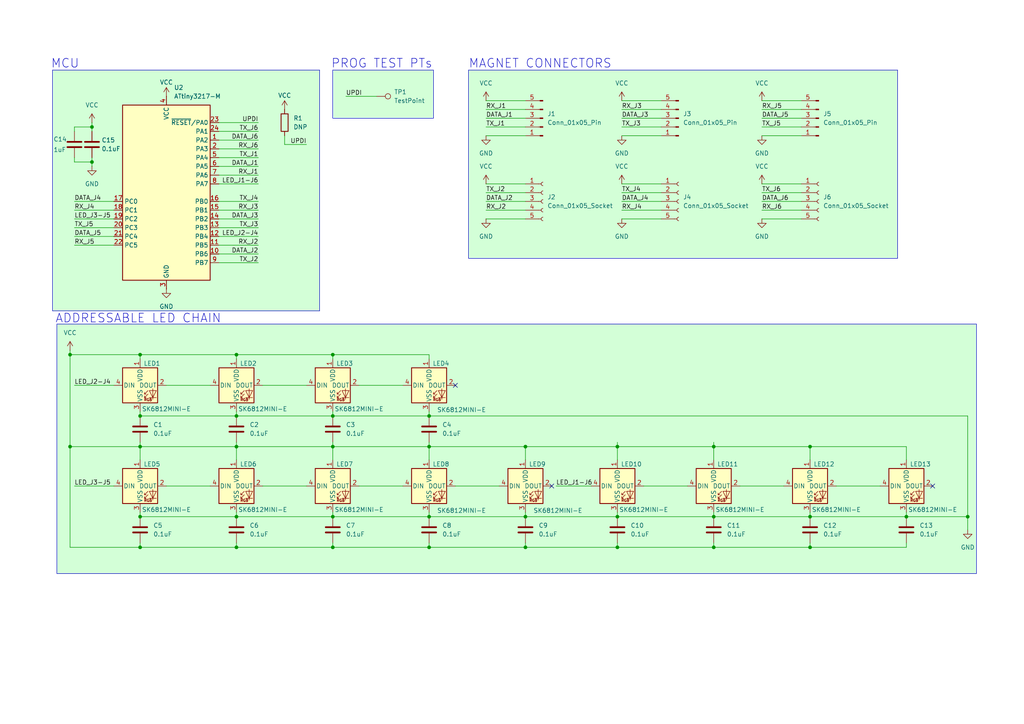
<source format=kicad_sch>
(kicad_sch (version 20231120) (generator "eeschema") (generator_version "8.0")
  (paper "A4")
  (title_block (title "PCB Tile Game") (rev "1.0"))
  (lib_symbols
    (symbol "Connector:Conn_01x05_Pin" (pin_names (offset 1.016) hide)
      (property "Reference" "J" (at 0 7.62 0))
      (property "Value" "Conn_01x05_Pin" (at 0 -7.62 0))
      (symbol "Conn_01x05_Pin_1_1"
        (polyline (pts (xy 1.27 -5.08) (xy 0.8636 -5.08)) (stroke (width 0.1524)))
        (polyline (pts (xy 1.27 -2.54) (xy 0.8636 -2.54)) (stroke (width 0.1524)))
        (polyline (pts (xy 1.27 0) (xy 0.8636 0)) (stroke (width 0.1524)))
        (polyline (pts (xy 1.27 2.54) (xy 0.8636 2.54)) (stroke (width 0.1524)))
        (polyline (pts (xy 1.27 5.08) (xy 0.8636 5.08)) (stroke (width 0.1524)))
        (rectangle (start 0.8636 -4.953) (end 0 -5.207) (stroke (width 0.1524)) (fill (type outline)))
        (rectangle (start 0.8636 -2.413) (end 0 -2.667) (stroke (width 0.1524)) (fill (type outline)))
        (rectangle (start 0.8636 0.127) (end 0 -0.127) (stroke (width 0.1524)) (fill (type outline)))
        (rectangle (start 0.8636 2.667) (end 0 2.413) (stroke (width 0.1524)) (fill (type outline)))
        (rectangle (start 0.8636 5.207) (end 0 4.953) (stroke (width 0.1524)) (fill (type outline)))
        (pin passive line (at 5.08 5.08 180) (length 3.81) (name "Pin_1") (number "1"))
        (pin passive line (at 5.08 2.54 180) (length 3.81) (name "Pin_2") (number "2"))
        (pin passive line (at 5.08 0 180) (length 3.81) (name "Pin_3") (number "3"))
        (pin passive line (at 5.08 -2.54 180) (length 3.81) (name "Pin_4") (number "4"))
        (pin passive line (at 5.08 -5.08 180) (length 3.81) (name "Pin_5") (number "5"))
      )
    )
    (symbol "Connector:Conn_01x05_Socket" (pin_names (offset 1.016) hide)
      (property "Reference" "J" (at 0 7.62 0))
      (property "Value" "Conn_01x05_Socket" (at 0 -7.62 0))
      (symbol "Conn_01x05_Socket_1_1"
        (arc (start 0 -4.572) (mid -0.5058 -5.08) (end 0 -5.588) (stroke (width 0.1524)))
        (arc (start 0 -2.032) (mid -0.5058 -2.54) (end 0 -3.048) (stroke (width 0.1524)))
        (polyline (pts (xy -1.27 -5.08) (xy -0.508 -5.08)) (stroke (width 0.1524)))
        (polyline (pts (xy -1.27 -2.54) (xy -0.508 -2.54)) (stroke (width 0.1524)))
        (polyline (pts (xy -1.27 0) (xy -0.508 0)) (stroke (width 0.1524)))
        (polyline (pts (xy -1.27 2.54) (xy -0.508 2.54)) (stroke (width 0.1524)))
        (polyline (pts (xy -1.27 5.08) (xy -0.508 5.08)) (stroke (width 0.1524)))
        (arc (start 0 0.508) (mid -0.5058 0) (end 0 -0.508) (stroke (width 0.1524)))
        (arc (start 0 3.048) (mid -0.5058 2.54) (end 0 2.032) (stroke (width 0.1524)))
        (arc (start 0 5.588) (mid -0.5058 5.08) (end 0 4.572) (stroke (width 0.1524)))
        (pin passive line (at -5.08 5.08 0) (length 3.81) (name "Pin_1") (number "1"))
        (pin passive line (at -5.08 2.54 0) (length 3.81) (name "Pin_2") (number "2"))
        (pin passive line (at -5.08 0 0) (length 3.81) (name "Pin_3") (number "3"))
        (pin passive line (at -5.08 -2.54 0) (length 3.81) (name "Pin_4") (number "4"))
        (pin passive line (at -5.08 -5.08 0) (length 3.81) (name "Pin_5") (number "5"))
      )
    )
    (symbol "Connector:TestPoint" (pin_numbers hide) (pin_names (offset 0.762) hide)
      (property "Reference" "TP" (at 0 6.858 0))
      (property "Value" "TestPoint" (at 0 5.08 0))
      (symbol "TestPoint_0_1"
        (circle (center 0 3.302) (radius 0.762))
      )
      (symbol "TestPoint_1_1"
        (pin passive line (at 0 0 90) (length 2.54) (name "1") (number "1"))
      )
    )
    (symbol "Device:C" (pin_numbers hide) (pin_names (offset 0.254))
      (property "Reference" "C" (at 0.635 2.54 0))
      (property "Value" "C" (at 0.635 -2.54 0))
      (symbol "C_0_1"
        (polyline (pts (xy -2.032 -0.762) (xy 2.032 -0.762)) (stroke (width 0.508)))
        (polyline (pts (xy -2.032 0.762) (xy 2.032 0.762)) (stroke (width 0.508)))
      )
      (symbol "C_1_1"
        (pin passive line (at 0 3.81 270) (length 2.794) (name "~") (number "1"))
        (pin passive line (at 0 -3.81 90) (length 2.794) (name "~") (number "2"))
      )
    )
    (symbol "Device:R" (pin_numbers hide) (pin_names (offset 0))
      (property "Reference" "R" (at 2.032 0 90))
      (property "Value" "R" (at 0 0 90))
      (symbol "R_0_1"
        (rectangle (start -1.016 -2.54) (end 1.016 2.54) (stroke (width 0.254)))
      )
      (symbol "R_1_1"
        (pin passive line (at 0 3.81 270) (length 1.27) (name "~") (number "1"))
        (pin passive line (at 0 -3.81 90) (length 1.27) (name "~") (number "2"))
      )
    )
    (symbol "MCU_Microchip_ATtiny:ATtiny3217-M"
      (property "Reference" "U" (at -12.7 26.67 0))
      (property "Value" "ATtiny3217-M" (at 2.54 -26.67 0))
      (symbol "ATtiny3217-M_0_1"
        (rectangle (start -12.7 -25.4) (end 12.7 25.4) (stroke (width 0.254)) (fill (type background)))
      )
      (symbol "ATtiny3217-M_1_1"
        (pin bidirectional line (at 15.24 15.24 180) (length 2.54) (name "PA2") (number "1"))
        (pin bidirectional line (at 15.24 -17.78 180) (length 2.54) (name "PB6") (number "10"))
        (pin bidirectional line (at 15.24 -15.24 180) (length 2.54) (name "PB5") (number "11"))
        (pin bidirectional line (at 15.24 -12.7 180) (length 2.54) (name "PB4") (number "12"))
        (pin bidirectional line (at 15.24 -10.16 180) (length 2.54) (name "PB3") (number "13"))
        (pin bidirectional line (at 15.24 -7.62 180) (length 2.54) (name "PB2") (number "14"))
        (pin bidirectional line (at 15.24 -5.08 180) (length 2.54) (name "PB1") (number "15"))
        (pin bidirectional line (at 15.24 -2.54 180) (length 2.54) (name "PB0") (number "16"))
        (pin bidirectional line (at -15.24 -2.54 0) (length 2.54) (name "PC0") (number "17"))
        (pin bidirectional line (at -15.24 -5.08 0) (length 2.54) (name "PC1") (number "18"))
        (pin bidirectional line (at -15.24 -7.62 0) (length 2.54) (name "PC2") (number "19"))
        (pin bidirectional line (at 15.24 12.7 180) (length 2.54) (name "PA3") (number "2"))
        (pin bidirectional line (at -15.24 -10.16 0) (length 2.54) (name "PC3") (number "20"))
        (pin bidirectional line (at -15.24 -12.7 0) (length 2.54) (name "PC4") (number "21"))
        (pin bidirectional line (at -15.24 -15.24 0) (length 2.54) (name "PC5") (number "22"))
        (pin bidirectional line (at 15.24 20.32 180) (length 2.54) (name "~{RESET}/PA0") (number "23"))
        (pin bidirectional line (at 15.24 17.78 180) (length 2.54) (name "PA1") (number "24"))
        (pin passive line (at 0 -27.94 90) (length 2.54) hide (name "GND") (number "25"))
        (pin power_in line (at 0 -27.94 90) (length 2.54) (name "GND") (number "3"))
        (pin power_in line (at 0 27.94 270) (length 2.54) (name "VCC") (number "4"))
        (pin bidirectional line (at 15.24 10.16 180) (length 2.54) (name "PA4") (number "5"))
        (pin bidirectional line (at 15.24 7.62 180) (length 2.54) (name "PA5") (number "6"))
        (pin bidirectional line (at 15.24 5.08 180) (length 2.54) (name "PA6") (number "7"))
        (pin bidirectional line (at 15.24 2.54 180) (length 2.54) (name "PA7") (number "8"))
        (pin bidirectional line (at 15.24 -20.32 180) (length 2.54) (name "PB7") (number "9"))
      )
    )
    (symbol "gupboard40-rescue:SK6812MINI-E-kicad-keyboard-parts" (pin_names (offset 0.254))
      (property "Reference" "D" (at 5.08 5.715 0))
      (property "Value" "kicad-keyboard-parts_SK6812MINI-E" (at 1.27 -5.715 0))
      (symbol "SK6812MINI-E-kicad-keyboard-parts_0_0"
        (text "RGB" (at 2.286 -4.191 0) (effects (font (size 0.762 0.762))))
      )
      (symbol "SK6812MINI-E-kicad-keyboard-parts_0_1"
        (polyline (pts (xy 1.27 -3.556) (xy 1.778 -3.556)))
        (polyline (pts (xy 1.27 -2.54) (xy 1.778 -2.54)))
        (polyline (pts (xy 4.699 -3.556) (xy 2.667 -3.556)))
        (polyline (pts (xy 2.286 -2.54) (xy 1.27 -3.556) (xy 1.27 -3.048)))
        (polyline (pts (xy 2.286 -1.524) (xy 1.27 -2.54) (xy 1.27 -2.032)))
        (polyline (pts (xy 3.683 -1.016) (xy 3.683 -3.556) (xy 3.683 -4.064)))
        (polyline (pts (xy 4.699 -1.524) (xy 2.667 -1.524) (xy 3.683 -3.556) (xy 4.699 -1.524)))
        (rectangle (start 5.08 5.08) (end -5.08 -5.08) (stroke (width 0.254)) (fill (type background)))
      )
      (symbol "SK6812MINI-E-kicad-keyboard-parts_1_1"
        (pin power_in line (at 0 7.62 270) (length 2.54) (name "VDD") (number "1"))
        (pin output line (at 7.62 0 180) (length 2.54) (name "DOUT") (number "2"))
        (pin power_in line (at 0 -7.62 90) (length 2.54) (name "VSS") (number "3"))
        (pin input line (at -7.62 0 0) (length 2.54) (name "DIN") (number "4"))
      )
    )
    (symbol "power:GND" (power) (pin_numbers hide) (pin_names (offset 0) hide)
      (property "Value" "GND" (at 0 -3.81 0))
      (symbol "GND_0_1"
        (polyline (pts (xy 0 0) (xy 0 -1.27) (xy 1.27 -1.27) (xy 0 -2.54) (xy -1.27 -1.27) (xy 0 -1.27)))
      )
      (symbol "GND_1_1"
        (pin power_in line (at 0 0 270) (length 0) (name "~") (number "1"))
      )
    )
    (symbol "power:VCC" (power) (pin_numbers hide) (pin_names (offset 0) hide)
      (property "Value" "VCC" (at 0 3.556 0))
      (symbol "VCC_0_1"
        (polyline (pts (xy -0.762 1.27) (xy 0 2.54)))
        (polyline (pts (xy 0 0) (xy 0 2.54)))
        (polyline (pts (xy 0 2.54) (xy 0.762 1.27)))
      )
      (symbol "VCC_1_1"
        (pin power_in line (at 0 0 90) (length 0) (name "~") (number "1"))
      )
    )
  )
  (junction (at 40.64 102.87))
  (junction (at 179.07 158.75))
  (junction (at 26.67 46.99))
  (junction (at 68.58 129.54))
  (junction (at 96.52 158.75))
  (junction (at 68.58 158.75))
  (junction (at 152.4 158.75))
  (junction (at 152.4 129.54))
  (junction (at 207.01 149.86))
  (junction (at 234.95 158.75))
  (junction (at 96.52 149.86))
  (junction (at 40.64 149.86))
  (junction (at 124.46 129.54))
  (junction (at 124.46 158.75))
  (junction (at 68.58 102.87))
  (junction (at 96.52 102.87))
  (junction (at 20.32 129.54))
  (junction (at 40.64 129.54))
  (junction (at 68.58 149.86))
  (junction (at 262.89 149.86))
  (junction (at 40.64 120.65))
  (junction (at 124.46 120.65))
  (junction (at 20.32 102.87))
  (junction (at 96.52 120.65))
  (junction (at 96.52 129.54))
  (junction (at 152.4 149.86))
  (junction (at 207.01 129.54))
  (junction (at 234.95 129.54))
  (junction (at 124.46 149.86))
  (junction (at 280.67 149.86))
  (junction (at 26.67 36.83))
  (junction (at 179.07 149.86))
  (junction (at 68.58 120.65))
  (junction (at 234.95 149.86))
  (junction (at 40.64 158.75))
  (junction (at 179.07 129.54))
  (junction (at 207.01 158.75))
  (no_connect (at 270.51 140.97))
  (no_connect (at 132.08 111.76))
  (no_connect (at 160.02 140.97))
  (wire (pts (xy 234.95 129.54) (xy 234.95 133.35)))
  (wire (pts (xy 40.64 129.54) (xy 68.58 129.54)))
  (wire (pts (xy 40.64 102.87) (xy 68.58 102.87)))
  (wire (pts (xy 180.34 34.29) (xy 191.77 34.29)))
  (wire (pts (xy 124.46 120.65) (xy 280.67 120.65)))
  (wire (pts (xy 152.4 158.75) (xy 179.07 158.75)))
  (wire (pts (xy 26.67 48.26) (xy 26.67 46.99)))
  (wire (pts (xy 68.58 119.38) (xy 68.58 120.65)))
  (wire (pts (xy 63.5 63.5) (xy 74.93 63.5)))
  (wire (pts (xy 63.5 40.64) (xy 74.93 40.64)))
  (wire (pts (xy 262.89 148.59) (xy 262.89 149.86)))
  (wire (pts (xy 140.97 36.83) (xy 152.4 36.83)))
  (wire (pts (xy 124.46 119.38) (xy 124.46 120.65)))
  (wire (pts (xy 179.07 158.75) (xy 207.01 158.75)))
  (wire (pts (xy 21.59 66.04) (xy 33.02 66.04)))
  (wire (pts (xy 40.64 120.65) (xy 68.58 120.65)))
  (wire (pts (xy 234.95 148.59) (xy 234.95 149.86)))
  (wire (pts (xy 20.32 102.87) (xy 40.64 102.87)))
  (wire (pts (xy 63.5 53.34) (xy 74.93 53.34)))
  (wire (pts (xy 21.59 63.5) (xy 33.02 63.5)))
  (wire (pts (xy 124.46 128.27) (xy 124.46 129.54)))
  (wire (pts (xy 20.32 158.75) (xy 20.32 129.54)))
  (wire (pts (xy 63.5 58.42) (xy 74.93 58.42)))
  (wire (pts (xy 68.58 129.54) (xy 96.52 129.54)))
  (wire (pts (xy 40.64 120.65) (xy 40.64 119.38)))
  (wire (pts (xy 63.5 43.18) (xy 74.93 43.18)))
  (wire (pts (xy 63.5 60.96) (xy 74.93 60.96)))
  (wire (pts (xy 21.59 36.83) (xy 21.59 38.1)))
  (wire (pts (xy 96.52 129.54) (xy 124.46 129.54)))
  (wire (pts (xy 140.97 53.34) (xy 152.4 53.34)))
  (wire (pts (xy 40.64 148.59) (xy 40.64 149.86)))
  (wire (pts (xy 63.5 48.26) (xy 74.93 48.26)))
  (wire (pts (xy 40.64 129.54) (xy 40.64 133.35)))
  (wire (pts (xy 63.5 45.72) (xy 74.93 45.72)))
  (wire (pts (xy 179.07 149.86) (xy 207.01 149.86)))
  (wire (pts (xy 262.89 158.75) (xy 262.89 157.48)))
  (wire (pts (xy 96.52 158.75) (xy 124.46 158.75)))
  (wire (pts (xy 63.5 73.66) (xy 74.93 73.66)))
  (wire (pts (xy 21.59 60.96) (xy 33.02 60.96)))
  (wire (pts (xy 96.52 120.65) (xy 124.46 120.65)))
  (wire (pts (xy 234.95 149.86) (xy 262.89 149.86)))
  (wire (pts (xy 124.46 148.59) (xy 124.46 149.86)))
  (wire (pts (xy 220.98 34.29) (xy 232.41 34.29)))
  (wire (pts (xy 140.97 31.75) (xy 152.4 31.75)))
  (wire (pts (xy 140.97 55.88) (xy 152.4 55.88)))
  (wire (pts (xy 40.64 158.75) (xy 68.58 158.75)))
  (wire (pts (xy 124.46 129.54) (xy 124.46 133.35)))
  (wire (pts (xy 180.34 36.83) (xy 191.77 36.83)))
  (wire (pts (xy 21.59 71.12) (xy 33.02 71.12)))
  (wire (pts (xy 21.59 36.83) (xy 26.67 36.83)))
  (wire (pts (xy 96.52 102.87) (xy 96.52 104.14)))
  (wire (pts (xy 76.2 140.97) (xy 88.9 140.97)))
  (wire (pts (xy 26.67 46.99) (xy 21.59 46.99)))
  (wire (pts (xy 100.33 27.94) (xy 109.22 27.94)))
  (wire (pts (xy 207.01 129.54) (xy 207.01 128.27)))
  (wire (pts (xy 207.01 149.86) (xy 234.95 149.86)))
  (wire (pts (xy 124.46 158.75) (xy 152.4 158.75)))
  (wire (pts (xy 40.64 129.54) (xy 20.32 129.54)))
  (wire (pts (xy 26.67 46.99) (xy 26.67 45.72)))
  (wire (pts (xy 63.5 76.2) (xy 74.93 76.2)))
  (wire (pts (xy 220.98 31.75) (xy 232.41 31.75)))
  (wire (pts (xy 68.58 102.87) (xy 68.58 104.14)))
  (wire (pts (xy 68.58 102.87) (xy 96.52 102.87)))
  (wire (pts (xy 186.69 140.97) (xy 199.39 140.97)))
  (wire (pts (xy 124.46 102.87) (xy 124.46 104.14)))
  (wire (pts (xy 21.59 111.76) (xy 33.02 111.76)))
  (wire (pts (xy 179.07 129.54) (xy 207.01 129.54)))
  (wire (pts (xy 220.98 29.21) (xy 232.41 29.21)))
  (wire (pts (xy 104.14 111.76) (xy 116.84 111.76)))
  (wire (pts (xy 21.59 68.58) (xy 33.02 68.58)))
  (wire (pts (xy 68.58 120.65) (xy 96.52 120.65)))
  (wire (pts (xy 161.29 140.97) (xy 171.45 140.97)))
  (wire (pts (xy 68.58 158.75) (xy 68.58 157.48)))
  (wire (pts (xy 40.64 158.75) (xy 40.64 157.48)))
  (wire (pts (xy 96.52 158.75) (xy 96.52 157.48)))
  (wire (pts (xy 234.95 129.54) (xy 262.89 129.54)))
  (wire (pts (xy 76.2 111.76) (xy 88.9 111.76)))
  (wire (pts (xy 140.97 39.37) (xy 152.4 39.37)))
  (wire (pts (xy 48.26 140.97) (xy 60.96 140.97)))
  (wire (pts (xy 152.4 149.86) (xy 179.07 149.86)))
  (wire (pts (xy 140.97 58.42) (xy 152.4 58.42)))
  (wire (pts (xy 21.59 58.42) (xy 33.02 58.42)))
  (wire (pts (xy 207.01 158.75) (xy 234.95 158.75)))
  (wire (pts (xy 96.52 148.59) (xy 96.52 149.86)))
  (wire (pts (xy 20.32 102.87) (xy 20.32 129.54)))
  (wire (pts (xy 180.34 60.96) (xy 191.77 60.96)))
  (wire (pts (xy 280.67 120.65) (xy 280.67 149.86)))
  (wire (pts (xy 180.34 63.5) (xy 191.77 63.5)))
  (wire (pts (xy 207.01 129.54) (xy 234.95 129.54)))
  (wire (pts (xy 140.97 60.96) (xy 152.4 60.96)))
  (wire (pts (xy 96.52 129.54) (xy 96.52 133.35)))
  (wire (pts (xy 180.34 39.37) (xy 191.77 39.37)))
  (wire (pts (xy 20.32 102.87) (xy 20.32 101.6)))
  (wire (pts (xy 96.52 128.27) (xy 96.52 129.54)))
  (wire (pts (xy 179.07 158.75) (xy 179.07 157.48)))
  (wire (pts (xy 132.08 140.97) (xy 144.78 140.97)))
  (wire (pts (xy 220.98 63.5) (xy 232.41 63.5)))
  (wire (pts (xy 180.34 53.34) (xy 191.77 53.34)))
  (wire (pts (xy 40.64 158.75) (xy 20.32 158.75)))
  (wire (pts (xy 63.5 68.58) (xy 74.93 68.58)))
  (wire (pts (xy 48.26 111.76) (xy 60.96 111.76)))
  (wire (pts (xy 140.97 34.29) (xy 152.4 34.29)))
  (wire (pts (xy 63.5 71.12) (xy 74.93 71.12)))
  (wire (pts (xy 124.46 158.75) (xy 124.46 157.48)))
  (wire (pts (xy 40.64 128.27) (xy 40.64 129.54)))
  (wire (pts (xy 152.4 129.54) (xy 179.07 129.54)))
  (wire (pts (xy 68.58 149.86) (xy 96.52 149.86)))
  (wire (pts (xy 152.4 157.48) (xy 152.4 158.75)))
  (wire (pts (xy 68.58 128.27) (xy 68.58 129.54)))
  (wire (pts (xy 220.98 36.83) (xy 232.41 36.83)))
  (wire (pts (xy 220.98 53.34) (xy 232.41 53.34)))
  (wire (pts (xy 124.46 129.54) (xy 152.4 129.54)))
  (wire (pts (xy 180.34 31.75) (xy 191.77 31.75)))
  (wire (pts (xy 220.98 60.96) (xy 232.41 60.96)))
  (wire (pts (xy 96.52 149.86) (xy 124.46 149.86)))
  (wire (pts (xy 207.01 129.54) (xy 207.01 133.35)))
  (wire (pts (xy 220.98 39.37) (xy 232.41 39.37)))
  (wire (pts (xy 179.07 148.59) (xy 179.07 149.86)))
  (wire (pts (xy 68.58 129.54) (xy 68.58 133.35)))
  (wire (pts (xy 242.57 140.97) (xy 255.27 140.97)))
  (wire (pts (xy 207.01 148.59) (xy 207.01 149.86)))
  (wire (pts (xy 220.98 58.42) (xy 232.41 58.42)))
  (wire (pts (xy 63.5 35.56) (xy 74.93 35.56)))
  (wire (pts (xy 152.4 129.54) (xy 152.4 133.35)))
  (wire (pts (xy 96.52 102.87) (xy 124.46 102.87)))
  (wire (pts (xy 63.5 66.04) (xy 74.93 66.04)))
  (wire (pts (xy 152.4 148.59) (xy 152.4 149.86)))
  (wire (pts (xy 214.63 140.97) (xy 227.33 140.97)))
  (wire (pts (xy 262.89 149.86) (xy 280.67 149.86)))
  (wire (pts (xy 179.07 129.54) (xy 179.07 128.27)))
  (wire (pts (xy 40.64 102.87) (xy 40.64 104.14)))
  (wire (pts (xy 262.89 133.35) (xy 262.89 129.54)))
  (wire (pts (xy 179.07 129.54) (xy 179.07 133.35)))
  (wire (pts (xy 26.67 35.56) (xy 26.67 36.83)))
  (wire (pts (xy 124.46 149.86) (xy 152.4 149.86)))
  (wire (pts (xy 68.58 148.59) (xy 68.58 149.86)))
  (wire (pts (xy 96.52 119.38) (xy 96.52 120.65)))
  (wire (pts (xy 180.34 55.88) (xy 191.77 55.88)))
  (wire (pts (xy 63.5 50.8) (xy 74.93 50.8)))
  (wire (pts (xy 180.34 58.42) (xy 191.77 58.42)))
  (wire (pts (xy 74.93 38.1) (xy 63.5 38.1)))
  (wire (pts (xy 40.64 149.86) (xy 68.58 149.86)))
  (wire (pts (xy 21.59 140.97) (xy 33.02 140.97)))
  (wire (pts (xy 234.95 158.75) (xy 262.89 158.75)))
  (wire (pts (xy 82.55 41.91) (xy 82.55 39.37)))
  (wire (pts (xy 220.98 55.88) (xy 232.41 55.88)))
  (wire (pts (xy 68.58 158.75) (xy 96.52 158.75)))
  (wire (pts (xy 88.9 41.91) (xy 82.55 41.91)))
  (wire (pts (xy 180.34 29.21) (xy 191.77 29.21)))
  (wire (pts (xy 21.59 46.99) (xy 21.59 45.72)))
  (wire (pts (xy 26.67 36.83) (xy 26.67 38.1)))
  (wire (pts (xy 104.14 140.97) (xy 116.84 140.97)))
  (wire (pts (xy 207.01 158.75) (xy 207.01 157.48)))
  (wire (pts (xy 280.67 149.86) (xy 280.67 153.67)))
  (wire (pts (xy 140.97 63.5) (xy 152.4 63.5)))
  (wire (pts (xy 234.95 158.75) (xy 234.95 157.48)))
  (wire (pts (xy 140.97 29.21) (xy 152.4 29.21)))
  (rectangle (start 16.51 93.98) (end 283.21 166.37) (fill (type color) (color 211 255 215 1)))
  (rectangle (start 15.24 20.32) (end 92.71 90.17) (fill (type color) (color 211 255 215 1)))
  (rectangle (start 135.89 20.32) (end 260.35 74.93) (fill (type color) (color 211 255 215 1)))
  (rectangle (start 96.52 20.32) (end 125.73 34.29) (fill (type color) (color 211 255 215 1)))
  (text "PROG TEST PTs" (at 96.012 18.542 0) (effects (font (size 2.54 2.54)) (justify left)))
  (text "MCU" (at 14.732 18.542 0) (effects (font (size 2.54 2.54)) (justify left)))
  (text "ADDRESSABLE LED CHAIN" (at 16.002 92.456 0) (effects (font (size 2.54 2.54)) (justify left)))
  (text "MAGNET CONNECTORS" (at 135.89 18.542 0) (effects (font (size 2.54 2.54)) (justify left)))
  (label "RX_J1" (at 140.97 31.75 0))
  (label "TX_J5" (at 21.59 66.04 0))
  (label "RX_J3" (at 74.93 60.96 180))
  (label "DATA_J4" (at 21.59 58.42 0))
  (label "TX_J1" (at 74.93 45.72 180))
  (label "UPDI" (at 74.93 35.56 180))
  (label "RX_J6" (at 74.93 43.18 180))
  (label "DATA_J5" (at 220.98 34.29 0))
  (label "LED_J3-J5" (at 21.59 140.97 0))
  (label "TX_J6" (at 74.93 38.1 180))
  (label "DATA_J5" (at 21.59 68.58 0))
  (label "RX_J6" (at 220.98 60.96 0))
  (label "RX_J5" (at 21.59 71.12 0))
  (label "DATA_J1" (at 74.93 48.26 180))
  (label "LED_J1-J6" (at 74.93 53.34 180))
  (label "DATA_J2" (at 74.93 73.66 180))
  (label "UPDI" (at 88.9 41.91 180))
  (label "DATA_J3" (at 180.34 34.29 0))
  (label "DATA_J4" (at 180.34 58.42 0))
  (label "RX_J4" (at 21.59 60.96 0))
  (label "DATA_J1" (at 140.97 34.29 0))
  (label "RX_J2" (at 140.97 60.96 0))
  (label "LED_J1-J6" (at 161.29 140.97 0))
  (label "DATA_J2" (at 140.97 58.42 0))
  (label "LED_J3-J5" (at 21.59 63.5 0))
  (label "RX_J4" (at 180.34 60.96 0))
  (label "DATA_J6" (at 220.98 58.42 0))
  (label "RX_J2" (at 74.93 71.12 180))
  (label "LED_J2-J4" (at 21.59 111.76 0))
  (label "TX_J1" (at 140.97 36.83 0))
  (label "TX_J4" (at 180.34 55.88 0))
  (label "TX_J3" (at 180.34 36.83 0))
  (label "RX_J3" (at 180.34 31.75 0))
  (label "TX_J2" (at 140.97 55.88 0))
  (label "RX_J1" (at 74.93 50.8 180))
  (label "LED_J2-J4" (at 74.93 68.58 180))
  (label "TX_J2" (at 74.93 76.2 180))
  (label "TX_J6" (at 220.98 55.88 0))
  (label "TX_J3" (at 74.93 66.04 180))
  (label "UPDI" (at 100.33 27.94 0))
  (label "DATA_J3" (at 74.93 63.5 180))
  (label "TX_J5" (at 220.98 36.83 0))
  (label "TX_J4" (at 74.93 58.42 180))
  (label "RX_J5" (at 220.98 31.75 0))
  (label "DATA_J6" (at 74.93 40.64 180))
  (symbol (lib_id "Connector:TestPoint") (at 109.22 27.94 270) (unit 1)
    (property "Reference" "TP1" (at 114.3 26.6699 90) (effects (justify left)))
    (property "Value" "TestPoint" (at 114.3 29.2099 90) (effects (justify left)))
    (property "Footprint" "TestPoint:TestPoint_Pad_2.0x2.0mm" (effects (hide yes)))
    (property "Description" "test point" (effects (hide yes)))
  )
  (symbol (lib_id "power:GND") (at 140.97 63.5 0) (unit 1)
    (property "Reference" "#PWR04" (effects (hide yes)))
    (property "Value" "GND" (at 140.97 68.58 0))
    (property "Description" "Power symbol creates a global label with name \"GND\" , ground" (effects (hide yes)))
  )
  (symbol (lib_id "power:VCC") (at 26.67 35.56 0) (unit 1)
    (property "Reference" "#PWR015" (effects (hide yes)))
    (property "Value" "VCC" (at 26.67 30.48 0))
    (property "Description" "Power symbol creates a global label with name \"VCC\"" (effects (hide yes)))
  )
  (symbol (lib_id "power:GND") (at 140.97 39.37 0) (unit 1)
    (property "Reference" "#PWR02" (effects (hide yes)))
    (property "Value" "GND" (at 140.97 44.45 0))
    (property "Description" "Power symbol creates a global label with name \"GND\" , ground" (effects (hide yes)))
  )
  (symbol (lib_id "gupboard40-rescue:SK6812MINI-E-kicad-keyboard-parts") (at 40.64 140.97 0) (unit 1)
    (property "Reference" "LED5" (at 41.656 134.62 0) (effects (justify left)))
    (property "Value" "SK6812MINI-E" (at 41.148 147.828 0) (effects (justify left)))
    (property "Footprint" "kicad-keyboard-parts:SK6812MINI-E" (effects (hide yes)))
    (property "Datasheet" "https://cdn-shop.adafruit.com/product-files/2686/SK6812MINI_REV.01-1-2.pdf" (effects (hide yes)))
    (property "DigiKey Part Number" "1528-4960-ND" (effects (hide yes)))
  )
  (symbol (lib_id "power:VCC") (at 220.98 29.21 0) (unit 1)
    (property "Reference" "#PWR09" (effects (hide yes)))
    (property "Value" "VCC" (at 220.98 24.13 0))
    (property "Description" "Power symbol creates a global label with name \"VCC\"" (effects (hide yes)))
  )
  (symbol (lib_id "Device:C") (at 40.64 124.46 0) (unit 1)
    (property "Reference" "C1" (at 44.45 123.1899 0) (effects (justify left)))
    (property "Value" "0.1uF" (at 44.45 125.7299 0) (effects (justify left)))
    (property "Footprint" "Capacitor_SMD:C_0603_1608Metric_Pad1.08x0.95mm_HandSolder" (effects (hide yes)))
    (property "Description" "Unpolarized capacitor" (effects (hide yes)))
  )
  (symbol (lib_id "power:VCC") (at 180.34 29.21 0) (unit 1)
    (property "Reference" "#PWR05" (effects (hide yes)))
    (property "Value" "VCC" (at 180.34 24.13 0))
    (property "Description" "Power symbol creates a global label with name \"VCC\"" (effects (hide yes)))
  )
  (symbol (lib_id "Device:C") (at 124.46 153.67 0) (unit 1)
    (property "Reference" "C8" (at 128.27 152.3999 0) (effects (justify left)))
    (property "Value" "0.1uF" (at 128.27 154.9399 0) (effects (justify left)))
    (property "Footprint" "Capacitor_SMD:C_0603_1608Metric_Pad1.08x0.95mm_HandSolder" (effects (hide yes)))
    (property "Description" "Unpolarized capacitor" (effects (hide yes)))
  )
  (symbol (lib_id "power:GND") (at 180.34 63.5 0) (unit 1)
    (property "Reference" "#PWR08" (effects (hide yes)))
    (property "Value" "GND" (at 180.34 68.58 0))
    (property "Description" "Power symbol creates a global label with name \"GND\" , ground" (effects (hide yes)))
  )
  (symbol (lib_id "Device:C") (at 40.64 153.67 0) (unit 1)
    (property "Reference" "C5" (at 44.45 152.3999 0) (effects (justify left)))
    (property "Value" "0.1uF" (at 44.45 154.9399 0) (effects (justify left)))
    (property "Footprint" "Capacitor_SMD:C_0603_1608Metric_Pad1.08x0.95mm_HandSolder" (effects (hide yes)))
    (property "Description" "Unpolarized capacitor" (effects (hide yes)))
  )
  (symbol (lib_id "Connector:Conn_01x05_Socket") (at 157.48 58.42 0) (unit 1)
    (property "Reference" "J2" (at 158.75 57.1499 0) (effects (justify left)))
    (property "Value" "Conn_01x05_Socket" (at 158.75 59.6899 0) (effects (justify left)))
    (property "Footprint" "ProjectLibrary:PinSocket_1x05_P2.54mm_Vertical" (effects (hide yes)))
    (property "Description" "Generic connector, single row, 01x05, script generated" (effects (hide yes)))
  )
  (symbol (lib_id "Device:C") (at 152.4 153.67 0) (unit 1)
    (property "Reference" "C9" (at 156.21 152.3999 0) (effects (justify left)))
    (property "Value" "0.1uF" (at 156.21 154.9399 0) (effects (justify left)))
    (property "Footprint" "Capacitor_SMD:C_0603_1608Metric_Pad1.08x0.95mm_HandSolder" (effects (hide yes)))
    (property "Description" "Unpolarized capacitor" (effects (hide yes)))
  )
  (symbol (lib_id "gupboard40-rescue:SK6812MINI-E-kicad-keyboard-parts") (at 96.52 111.76 0) (unit 1)
    (property "Reference" "LED3" (at 97.536 105.41 0) (effects (justify left)))
    (property "Value" "SK6812MINI-E" (at 97.028 118.618 0) (effects (justify left)))
    (property "Footprint" "kicad-keyboard-parts:SK6812MINI-E" (effects (hide yes)))
    (property "Datasheet" "https://cdn-shop.adafruit.com/product-files/2686/SK6812MINI_REV.01-1-2.pdf" (effects (hide yes)))
    (property "DigiKey Part Number" "1528-4960-ND" (effects (hide yes)))
  )
  (symbol (lib_id "Device:C") (at 21.59 41.91 0) (unit 1)
    (property "Reference" "C14" (at 15.494 40.386 0) (effects (justify left)))
    (property "Value" "1uF" (at 15.494 43.434 0) (effects (justify left)))
    (property "Footprint" "Capacitor_SMD:C_0603_1608Metric_Pad1.08x0.95mm_HandSolder" (effects (hide yes)))
    (property "Description" "Unpolarized capacitor" (effects (hide yes)))
  )
  (symbol (lib_id "gupboard40-rescue:SK6812MINI-E-kicad-keyboard-parts") (at 68.58 111.76 0) (unit 1)
    (property "Reference" "LED2" (at 69.596 105.41 0) (effects (justify left)))
    (property "Value" "SK6812MINI-E" (at 69.088 118.618 0) (effects (justify left)))
    (property "Footprint" "kicad-keyboard-parts:SK6812MINI-E" (effects (hide yes)))
    (property "Datasheet" "https://cdn-shop.adafruit.com/product-files/2686/SK6812MINI_REV.01-1-2.pdf" (effects (hide yes)))
    (property "DigiKey Part Number" "1528-4960-ND" (effects (hide yes)))
  )
  (symbol (lib_id "power:GND") (at 280.67 153.67 0) (unit 1)
    (property "Reference" "#PWR019" (effects (hide yes)))
    (property "Value" "GND" (at 280.67 158.75 0))
    (property "Description" "Power symbol creates a global label with name \"GND\" , ground" (effects (hide yes)))
  )
  (symbol (lib_id "power:GND") (at 220.98 63.5 0) (unit 1)
    (property "Reference" "#PWR012" (effects (hide yes)))
    (property "Value" "GND" (at 220.98 68.58 0))
    (property "Description" "Power symbol creates a global label with name \"GND\" , ground" (effects (hide yes)))
  )
  (symbol (lib_id "gupboard40-rescue:SK6812MINI-E-kicad-keyboard-parts") (at 40.64 111.76 0) (unit 1)
    (property "Reference" "LED1" (at 41.656 105.41 0) (effects (justify left)))
    (property "Value" "SK6812MINI-E" (at 41.148 118.618 0) (effects (justify left)))
    (property "Footprint" "kicad-keyboard-parts:SK6812MINI-E" (effects (hide yes)))
    (property "Datasheet" "https://cdn-shop.adafruit.com/product-files/2686/SK6812MINI_REV.01-1-2.pdf" (effects (hide yes)))
    (property "DigiKey Part Number" "1528-4960-ND" (effects (hide yes)))
  )
  (symbol (lib_id "power:VCC") (at 48.26 27.94 0) (unit 1)
    (property "Reference" "#PWR013" (effects (hide yes)))
    (property "Value" "VCC" (at 48.26 23.876 0))
    (property "Description" "Power symbol creates a global label with name \"VCC\"" (effects (hide yes)))
  )
  (symbol (lib_id "power:VCC") (at 20.32 101.6 0) (unit 1)
    (property "Reference" "#PWR020" (effects (hide yes)))
    (property "Value" "VCC" (at 20.32 96.52 0))
    (property "Description" "Power symbol creates a global label with name \"VCC\"" (effects (hide yes)))
  )
  (symbol (lib_id "Device:C") (at 96.52 153.67 0) (unit 1)
    (property "Reference" "C7" (at 100.33 152.3999 0) (effects (justify left)))
    (property "Value" "0.1uF" (at 100.33 154.9399 0) (effects (justify left)))
    (property "Footprint" "Capacitor_SMD:C_0603_1608Metric_Pad1.08x0.95mm_HandSolder" (effects (hide yes)))
    (property "Description" "Unpolarized capacitor" (effects (hide yes)))
  )
  (symbol (lib_id "Connector:Conn_01x05_Pin") (at 237.49 34.29 180) (unit 1)
    (property "Reference" "J5" (at 238.76 33.0199 0) (effects (justify right)))
    (property "Value" "Conn_01x05_Pin" (at 238.76 35.5599 0) (effects (justify right)))
    (property "Footprint" "ProjectLibrary:PinHeader_1x05_P2.54mm_Vertical" (effects (hide yes)))
    (property "Description" "Generic connector, single row, 01x05, script generated" (effects (hide yes)))
  )
  (symbol (lib_id "gupboard40-rescue:SK6812MINI-E-kicad-keyboard-parts") (at 262.89 140.97 0) (unit 1)
    (property "Reference" "LED13" (at 263.906 134.62 0) (effects (justify left)))
    (property "Value" "SK6812MINI-E" (at 263.398 147.828 0) (effects (justify left)))
    (property "Footprint" "kicad-keyboard-parts:SK6812MINI-E" (effects (hide yes)))
    (property "Datasheet" "https://cdn-shop.adafruit.com/product-files/2686/SK6812MINI_REV.01-1-2.pdf" (effects (hide yes)))
    (property "DigiKey Part Number" "1528-4960-ND" (effects (hide yes)))
  )
  (symbol (lib_id "gupboard40-rescue:SK6812MINI-E-kicad-keyboard-parts") (at 207.01 140.97 0) (unit 1)
    (property "Reference" "LED11" (at 208.026 134.62 0) (effects (justify left)))
    (property "Value" "SK6812MINI-E" (at 207.518 147.828 0) (effects (justify left)))
    (property "Footprint" "kicad-keyboard-parts:SK6812MINI-E" (effects (hide yes)))
    (property "Datasheet" "https://cdn-shop.adafruit.com/product-files/2686/SK6812MINI_REV.01-1-2.pdf" (effects (hide yes)))
    (property "DigiKey Part Number" "1528-4960-ND" (effects (hide yes)))
  )
  (symbol (lib_id "power:GND") (at 220.98 39.37 0) (unit 1)
    (property "Reference" "#PWR010" (effects (hide yes)))
    (property "Value" "GND" (at 220.98 44.45 0))
    (property "Description" "Power symbol creates a global label with name \"GND\" , ground" (effects (hide yes)))
  )
  (symbol (lib_id "power:GND") (at 48.26 83.82 0) (unit 1)
    (property "Reference" "#PWR014" (effects (hide yes)))
    (property "Value" "GND" (at 48.26 88.9 0))
    (property "Description" "Power symbol creates a global label with name \"GND\" , ground" (effects (hide yes)))
  )
  (symbol (lib_id "Device:C") (at 234.95 153.67 0) (unit 1)
    (property "Reference" "C12" (at 238.76 152.3999 0) (effects (justify left)))
    (property "Value" "0.1uF" (at 238.76 154.9399 0) (effects (justify left)))
    (property "Footprint" "Capacitor_SMD:C_0603_1608Metric_Pad1.08x0.95mm_HandSolder" (effects (hide yes)))
    (property "Description" "Unpolarized capacitor" (effects (hide yes)))
  )
  (symbol (lib_id "Connector:Conn_01x05_Socket") (at 196.85 58.42 0) (unit 1)
    (property "Reference" "J4" (at 198.12 57.1499 0) (effects (justify left)))
    (property "Value" "Conn_01x05_Socket" (at 198.12 59.6899 0) (effects (justify left)))
    (property "Footprint" "ProjectLibrary:PinSocket_1x05_P2.54mm_Vertical" (effects (hide yes)))
    (property "Description" "Generic connector, single row, 01x05, script generated" (effects (hide yes)))
  )
  (symbol (lib_id "Device:C") (at 96.52 124.46 0) (unit 1)
    (property "Reference" "C3" (at 100.33 123.1899 0) (effects (justify left)))
    (property "Value" "0.1uF" (at 100.33 125.7299 0) (effects (justify left)))
    (property "Footprint" "Capacitor_SMD:C_0603_1608Metric_Pad1.08x0.95mm_HandSolder" (effects (hide yes)))
    (property "Description" "Unpolarized capacitor" (effects (hide yes)))
  )
  (symbol (lib_id "power:VCC") (at 220.98 53.34 0) (unit 1)
    (property "Reference" "#PWR011" (effects (hide yes)))
    (property "Value" "VCC" (at 220.98 48.26 0))
    (property "Description" "Power symbol creates a global label with name \"VCC\"" (effects (hide yes)))
  )
  (symbol (lib_id "Connector:Conn_01x05_Socket") (at 237.49 58.42 0) (unit 1)
    (property "Reference" "J6" (at 238.76 57.1499 0) (effects (justify left)))
    (property "Value" "Conn_01x05_Socket" (at 238.76 59.6899 0) (effects (justify left)))
    (property "Footprint" "ProjectLibrary:PinSocket_1x05_P2.54mm_Vertical" (effects (hide yes)))
    (property "Description" "Generic connector, single row, 01x05, script generated" (effects (hide yes)))
  )
  (symbol (lib_id "power:VCC") (at 140.97 53.34 0) (unit 1)
    (property "Reference" "#PWR03" (effects (hide yes)))
    (property "Value" "VCC" (at 140.97 48.26 0))
    (property "Description" "Power symbol creates a global label with name \"VCC\"" (effects (hide yes)))
  )
  (symbol (lib_id "gupboard40-rescue:SK6812MINI-E-kicad-keyboard-parts") (at 179.07 140.97 0) (unit 1)
    (property "Reference" "LED10" (at 180.086 134.62 0) (effects (justify left)))
    (property "Value" "SK6812MINI-E" (at 179.578 147.828 0) (effects (justify left)))
    (property "Footprint" "kicad-keyboard-parts:SK6812MINI-E" (effects (hide yes)))
    (property "Datasheet" "https://cdn-shop.adafruit.com/product-files/2686/SK6812MINI_REV.01-1-2.pdf" (effects (hide yes)))
    (property "DigiKey Part Number" "1528-4960-ND" (effects (hide yes)))
  )
  (symbol (lib_id "gupboard40-rescue:SK6812MINI-E-kicad-keyboard-parts") (at 152.4 140.97 0) (unit 1)
    (property "Reference" "LED9" (at 153.416 134.62 0) (effects (justify left)))
    (property "Value" "SK6812MINI-E" (at 154.686 148.082 0) (effects (justify left)))
    (property "Footprint" "kicad-keyboard-parts:SK6812MINI-E" (effects (hide yes)))
    (property "Datasheet" "https://cdn-shop.adafruit.com/product-files/2686/SK6812MINI_REV.01-1-2.pdf" (effects (hide yes)))
    (property "DigiKey Part Number" "1528-4960-ND" (effects (hide yes)))
  )
  (symbol (lib_id "Device:C") (at 26.67 41.91 0) (unit 1)
    (property "Reference" "C15" (at 29.464 40.64 0) (effects (justify left)))
    (property "Value" "0.1uF" (at 29.464 43.18 0) (effects (justify left)))
    (property "Footprint" "Capacitor_SMD:C_0603_1608Metric_Pad1.08x0.95mm_HandSolder" (effects (hide yes)))
    (property "Description" "Unpolarized capacitor" (effects (hide yes)))
  )
  (symbol (lib_id "Device:C") (at 207.01 153.67 0) (unit 1)
    (property "Reference" "C11" (at 210.82 152.3999 0) (effects (justify left)))
    (property "Value" "0.1uF" (at 210.82 154.9399 0) (effects (justify left)))
    (property "Footprint" "Capacitor_SMD:C_0603_1608Metric_Pad1.08x0.95mm_HandSolder" (effects (hide yes)))
    (property "Description" "Unpolarized capacitor" (effects (hide yes)))
  )
  (symbol (lib_id "Device:C") (at 124.46 124.46 0) (unit 1)
    (property "Reference" "C4" (at 128.27 123.1899 0) (effects (justify left)))
    (property "Value" "0.1uF" (at 128.27 125.7299 0) (effects (justify left)))
    (property "Footprint" "Capacitor_SMD:C_0603_1608Metric_Pad1.08x0.95mm_HandSolder" (effects (hide yes)))
    (property "Description" "Unpolarized capacitor" (effects (hide yes)))
  )
  (symbol (lib_id "Device:C") (at 262.89 153.67 0) (unit 1)
    (property "Reference" "C13" (at 266.7 152.3999 0) (effects (justify left)))
    (property "Value" "0.1uF" (at 266.7 154.9399 0) (effects (justify left)))
    (property "Footprint" "Capacitor_SMD:C_0603_1608Metric_Pad1.08x0.95mm_HandSolder" (effects (hide yes)))
    (property "Description" "Unpolarized capacitor" (effects (hide yes)))
  )
  (symbol (lib_id "power:VCC") (at 140.97 29.21 0) (unit 1)
    (property "Reference" "#PWR01" (effects (hide yes)))
    (property "Value" "VCC" (at 140.97 24.13 0))
    (property "Description" "Power symbol creates a global label with name \"VCC\"" (effects (hide yes)))
  )
  (symbol (lib_id "Connector:Conn_01x05_Pin") (at 196.85 34.29 180) (unit 1)
    (property "Reference" "J3" (at 198.12 33.0199 0) (effects (justify right)))
    (property "Value" "Conn_01x05_Pin" (at 198.12 35.5599 0) (effects (justify right)))
    (property "Footprint" "ProjectLibrary:PinHeader_1x05_P2.54mm_Vertical" (effects (hide yes)))
    (property "Description" "Generic connector, single row, 01x05, script generated" (effects (hide yes)))
  )
  (symbol (lib_id "gupboard40-rescue:SK6812MINI-E-kicad-keyboard-parts") (at 234.95 140.97 0) (unit 1)
    (property "Reference" "LED12" (at 235.966 134.62 0) (effects (justify left)))
    (property "Value" "SK6812MINI-E" (at 235.458 147.828 0) (effects (justify left)))
    (property "Footprint" "kicad-keyboard-parts:SK6812MINI-E" (effects (hide yes)))
    (property "Datasheet" "https://cdn-shop.adafruit.com/product-files/2686/SK6812MINI_REV.01-1-2.pdf" (effects (hide yes)))
    (property "DigiKey Part Number" "1528-4960-ND" (effects (hide yes)))
  )
  (symbol (lib_id "gupboard40-rescue:SK6812MINI-E-kicad-keyboard-parts") (at 124.46 111.76 0) (unit 1)
    (property "Reference" "LED4" (at 125.476 105.41 0) (effects (justify left)))
    (property "Value" "SK6812MINI-E" (at 126.746 118.872 0) (effects (justify left)))
    (property "Footprint" "kicad-keyboard-parts:SK6812MINI-E" (effects (hide yes)))
    (property "Datasheet" "https://cdn-shop.adafruit.com/product-files/2686/SK6812MINI_REV.01-1-2.pdf" (effects (hide yes)))
    (property "DigiKey Part Number" "1528-4960-ND" (effects (hide yes)))
  )
  (symbol (lib_id "MCU_Microchip_ATtiny:ATtiny3217-M") (at 48.26 55.88 0) (unit 1)
    (property "Reference" "U2" (at 50.4541 25.4 0) (effects (justify left)))
    (property "Value" "ATtiny3217-M" (at 50.4541 27.94 0) (effects (justify left)))
    (property "Footprint" "Package_DFN_QFN:QFN-24-1EP_4x4mm_P0.5mm_EP2.6x2.6mm" (effects (hide yes)))
    (property "Datasheet" "http://ww1.microchip.com/downloads/en/DeviceDoc/ATtiny3217_1617-Data-Sheet-40001999B.pdf" (effects (hide yes)))
    (property "Description" "20MHz, 32kB Flash, 2kB SRAM, 256B EEPROM, VQFN-24" (effects (hide yes)))
  )
  (symbol (lib_id "Device:R") (at 82.55 35.56 0) (unit 1)
    (property "Reference" "R1" (at 85.09 34.2899 0) (effects (justify left)))
    (property "Value" "DNP" (at 85.09 36.8299 0) (effects (justify left)))
    (property "Footprint" "Resistor_SMD:R_0603_1608Metric_Pad0.98x0.95mm_HandSolder" (effects (hide yes)))
    (property "Description" "Resistor" (effects (hide yes)))
  )
  (symbol (lib_id "power:GND") (at 26.67 48.26 0) (unit 1)
    (property "Reference" "#PWR016" (effects (hide yes)))
    (property "Value" "GND" (at 26.67 53.34 0))
    (property "Description" "Power symbol creates a global label with name \"GND\" , ground" (effects (hide yes)))
  )
  (symbol (lib_id "Device:C") (at 68.58 124.46 0) (unit 1)
    (property "Reference" "C2" (at 72.39 123.1899 0) (effects (justify left)))
    (property "Value" "0.1uF" (at 72.39 125.7299 0) (effects (justify left)))
    (property "Footprint" "Capacitor_SMD:C_0603_1608Metric_Pad1.08x0.95mm_HandSolder" (effects (hide yes)))
    (property "Description" "Unpolarized capacitor" (effects (hide yes)))
  )
  (symbol (lib_id "Connector:Conn_01x05_Pin") (at 157.48 34.29 180) (unit 1)
    (property "Reference" "J1" (at 158.75 33.0199 0) (effects (justify right)))
    (property "Value" "Conn_01x05_Pin" (at 158.75 35.5599 0) (effects (justify right)))
    (property "Footprint" "ProjectLibrary:PinHeader_1x05_P2.54mm_Vertical" (effects (hide yes)))
    (property "Description" "Generic connector, single row, 01x05, script generated" (effects (hide yes)))
  )
  (symbol (lib_id "power:VCC") (at 82.55 31.75 0) (unit 1)
    (property "Reference" "#PWR024" (effects (hide yes)))
    (property "Value" "VCC" (at 82.55 27.686 0))
    (property "Description" "Power symbol creates a global label with name \"VCC\"" (effects (hide yes)))
  )
  (symbol (lib_id "power:VCC") (at 180.34 53.34 0) (unit 1)
    (property "Reference" "#PWR07" (effects (hide yes)))
    (property "Value" "VCC" (at 180.34 48.26 0))
    (property "Description" "Power symbol creates a global label with name \"VCC\"" (effects (hide yes)))
  )
  (symbol (lib_id "gupboard40-rescue:SK6812MINI-E-kicad-keyboard-parts") (at 124.46 140.97 0) (unit 1)
    (property "Reference" "LED8" (at 125.476 134.62 0) (effects (justify left)))
    (property "Value" "SK6812MINI-E" (at 126.746 148.082 0) (effects (justify left)))
    (property "Footprint" "kicad-keyboard-parts:SK6812MINI-E" (effects (hide yes)))
    (property "Datasheet" "https://cdn-shop.adafruit.com/product-files/2686/SK6812MINI_REV.01-1-2.pdf" (effects (hide yes)))
    (property "DigiKey Part Number" "1528-4960-ND" (effects (hide yes)))
  )
  (symbol (lib_id "gupboard40-rescue:SK6812MINI-E-kicad-keyboard-parts") (at 96.52 140.97 0) (unit 1)
    (property "Reference" "LED7" (at 97.536 134.62 0) (effects (justify left)))
    (property "Value" "SK6812MINI-E" (at 97.028 147.828 0) (effects (justify left)))
    (property "Footprint" "kicad-keyboard-parts:SK6812MINI-E" (effects (hide yes)))
    (property "Datasheet" "https://cdn-shop.adafruit.com/product-files/2686/SK6812MINI_REV.01-1-2.pdf" (effects (hide yes)))
    (property "DigiKey Part Number" "1528-4960-ND" (effects (hide yes)))
  )
  (symbol (lib_id "Device:C") (at 179.07 153.67 0) (unit 1)
    (property "Reference" "C10" (at 182.88 152.3999 0) (effects (justify left)))
    (property "Value" "0.1uF" (at 182.88 154.9399 0) (effects (justify left)))
    (property "Footprint" "Capacitor_SMD:C_0603_1608Metric_Pad1.08x0.95mm_HandSolder" (effects (hide yes)))
    (property "Description" "Unpolarized capacitor" (effects (hide yes)))
  )
  (symbol (lib_id "gupboard40-rescue:SK6812MINI-E-kicad-keyboard-parts") (at 68.58 140.97 0) (unit 1)
    (property "Reference" "LED6" (at 69.596 134.62 0) (effects (justify left)))
    (property "Value" "SK6812MINI-E" (at 69.088 147.828 0) (effects (justify left)))
    (property "Footprint" "kicad-keyboard-parts:SK6812MINI-E" (effects (hide yes)))
    (property "Datasheet" "https://cdn-shop.adafruit.com/product-files/2686/SK6812MINI_REV.01-1-2.pdf" (effects (hide yes)))
    (property "DigiKey Part Number" "1528-4960-ND" (effects (hide yes)))
  )
  (symbol (lib_id "power:GND") (at 180.34 39.37 0) (unit 1)
    (property "Reference" "#PWR06" (effects (hide yes)))
    (property "Value" "GND" (at 180.34 44.45 0))
    (property "Description" "Power symbol creates a global label with name \"GND\" , ground" (effects (hide yes)))
  )
  (symbol (lib_id "Device:C") (at 68.58 153.67 0) (unit 1)
    (property "Reference" "C6" (at 72.39 152.3999 0) (effects (justify left)))
    (property "Value" "0.1uF" (at 72.39 154.9399 0) (effects (justify left)))
    (property "Footprint" "Capacitor_SMD:C_0603_1608Metric_Pad1.08x0.95mm_HandSolder" (effects (hide yes)))
    (property "Description" "Unpolarized capacitor" (effects (hide yes)))
  )
)
</source>
